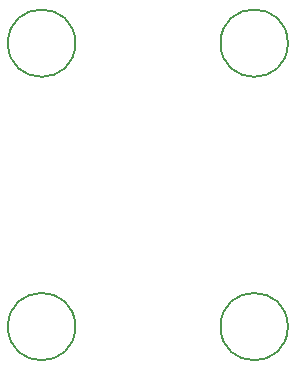
<source format=gbr>
%TF.GenerationSoftware,KiCad,Pcbnew,8.0.7*%
%TF.CreationDate,2025-01-19T22:37:32+01:00*%
%TF.ProjectId,USBPowerCut2,55534250-6f77-4657-9243-7574322e6b69,rev?*%
%TF.SameCoordinates,Original*%
%TF.FileFunction,Other,Comment*%
%FSLAX46Y46*%
G04 Gerber Fmt 4.6, Leading zero omitted, Abs format (unit mm)*
G04 Created by KiCad (PCBNEW 8.0.7) date 2025-01-19 22:37:32*
%MOMM*%
%LPD*%
G01*
G04 APERTURE LIST*
%ADD10C,0.150000*%
G04 APERTURE END LIST*
D10*
%TO.C,REF\u002A\u002A*%
X6350000Y-3500000D02*
G75*
G02*
X650000Y-3500000I-2850000J0D01*
G01*
X650000Y-3500000D02*
G75*
G02*
X6350000Y-3500000I2850000J0D01*
G01*
X6350000Y-27500000D02*
G75*
G02*
X650000Y-27500000I-2850000J0D01*
G01*
X650000Y-27500000D02*
G75*
G02*
X6350000Y-27500000I2850000J0D01*
G01*
X24350000Y-27500000D02*
G75*
G02*
X18650000Y-27500000I-2850000J0D01*
G01*
X18650000Y-27500000D02*
G75*
G02*
X24350000Y-27500000I2850000J0D01*
G01*
X24350000Y-3500000D02*
G75*
G02*
X18650000Y-3500000I-2850000J0D01*
G01*
X18650000Y-3500000D02*
G75*
G02*
X24350000Y-3500000I2850000J0D01*
G01*
%TD*%
M02*

</source>
